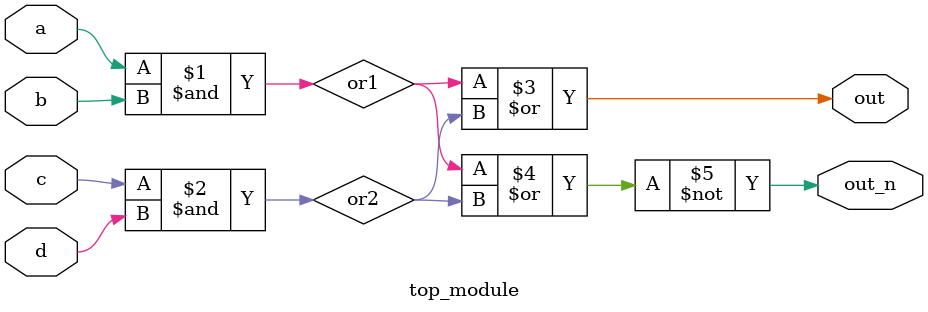
<source format=v>
`default_nettype none
module top_module(
		input a,
		input b,
		input c,
		input d,
		output out,
		output out_n);

	wire or1;
	wire or2;

	assign or1 = a & b;
	assign or2 = c & d;

	assign out = or1 | or2;
	assign out_n = ~(or1 | or2);

endmodule

</source>
